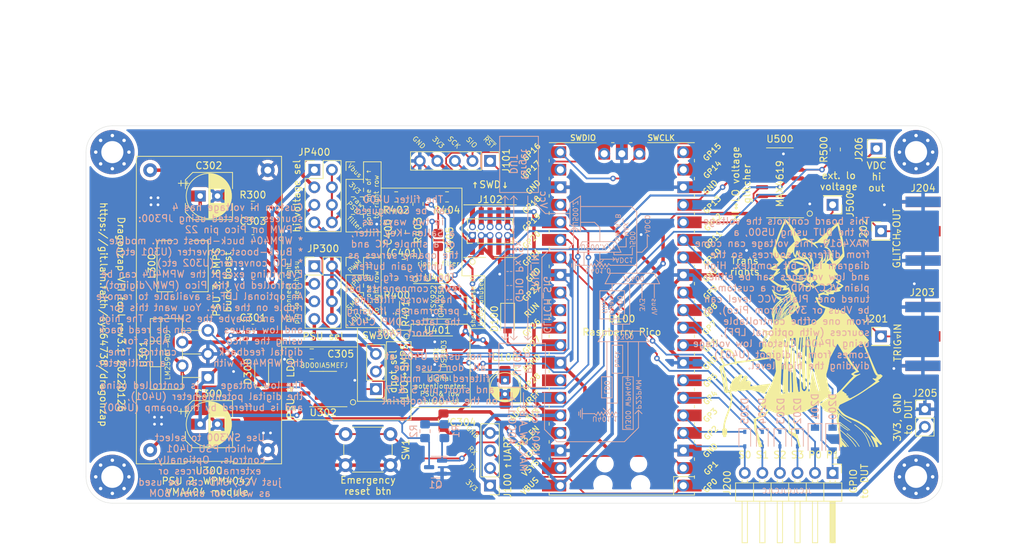
<source format=kicad_pcb>
(kicad_pcb (version 20211014) (generator pcbnew)

  (general
    (thickness 1.6)
  )

  (paper "A4")
  (layers
    (0 "F.Cu" signal)
    (31 "B.Cu" signal)
    (32 "B.Adhes" user "B.Adhesive")
    (33 "F.Adhes" user "F.Adhesive")
    (34 "B.Paste" user)
    (35 "F.Paste" user)
    (36 "B.SilkS" user "B.Silkscreen")
    (37 "F.SilkS" user "F.Silkscreen")
    (38 "B.Mask" user)
    (39 "F.Mask" user)
    (40 "Dwgs.User" user "User.Drawings")
    (41 "Cmts.User" user "User.Comments")
    (42 "Eco1.User" user "User.Eco1")
    (43 "Eco2.User" user "User.Eco2")
    (44 "Edge.Cuts" user)
    (45 "Margin" user)
    (46 "B.CrtYd" user "B.Courtyard")
    (47 "F.CrtYd" user "F.Courtyard")
    (48 "B.Fab" user)
    (49 "F.Fab" user)
  )

  (setup
    (stackup
      (layer "F.SilkS" (type "Top Silk Screen"))
      (layer "F.Paste" (type "Top Solder Paste"))
      (layer "F.Mask" (type "Top Solder Mask") (thickness 0.01))
      (layer "F.Cu" (type "copper") (thickness 0.035))
      (layer "dielectric 1" (type "core") (thickness 1.51) (material "FR4") (epsilon_r 4.5) (loss_tangent 0.02))
      (layer "B.Cu" (type "copper") (thickness 0.035))
      (layer "B.Mask" (type "Bottom Solder Mask") (thickness 0.01))
      (layer "B.Paste" (type "Bottom Solder Paste"))
      (layer "B.SilkS" (type "Bottom Silk Screen"))
      (copper_finish "None")
      (dielectric_constraints no)
    )
    (pad_to_mask_clearance 0)
    (pcbplotparams
      (layerselection 0x00010fc_ffffffff)
      (disableapertmacros false)
      (usegerberextensions false)
      (usegerberattributes true)
      (usegerberadvancedattributes true)
      (creategerberjobfile true)
      (svguseinch false)
      (svgprecision 6)
      (excludeedgelayer true)
      (plotframeref false)
      (viasonmask false)
      (mode 1)
      (useauxorigin false)
      (hpglpennumber 1)
      (hpglpenspeed 20)
      (hpglpendiameter 15.000000)
      (dxfpolygonmode true)
      (dxfimperialunits true)
      (dxfusepcbnewfont true)
      (psnegative false)
      (psa4output false)
      (plotreference true)
      (plotvalue true)
      (plotinvisibletext false)
      (sketchpadsonfab false)
      (subtractmaskfromsilk false)
      (outputformat 1)
      (mirror false)
      (drillshape 0)
      (scaleselection 1)
      (outputdirectory "dragonzap/gerber/")
    )
  )

  (net 0 "")
  (net 1 "GND")
  (net 2 "VBUS")
  (net 3 "+3V3")
  (net 4 "+3.3VADC")
  (net 5 "Net-(D100-Pad1)")
  (net 6 "UART_RX")
  (net 7 "UART_TX")
  (net 8 "/controller/SWDIO")
  (net 9 "/controller/SWCLK")
  (net 10 "unconnected-(J102-Pad8)")
  (net 11 "unconnected-(J102-Pad7)")
  (net 12 "unconnected-(J102-Pad6)")
  (net 13 "GPIO_P0D")
  (net 14 "GPIO_P0W")
  (net 15 "GPIO_P1D")
  (net 16 "GPIO_P1W")
  (net 17 "TRIG_IN")
  (net 18 "GLITCH_OUT")
  (net 19 "P22PWM")
  (net 20 "ADC0")
  (net 21 "ADC1")
  (net 22 "/psu/FB_LDO")
  (net 23 "/psu/FB_SMPS")
  (net 24 "GPIO_S3W")
  (net 25 "GPIO_S3D")
  (net 26 "GPIO_S2W")
  (net 27 "GPIO_S2D")
  (net 28 "GPIO_S1W")
  (net 29 "GPIO_S1D")
  (net 30 "GPIO_S0W")
  (net 31 "GPIO_S0D")
  (net 32 "DPOT_DAT")
  (net 33 "DPOT_CLK")
  (net 34 "unconnected-(U100-Pad22)")
  (net 35 "MAX_SW_B")
  (net 36 "MAX_SW_A")
  (net 37 "MAX_EN")
  (net 38 "DPOT_HI")
  (net 39 "Net-(C400-Pad1)")
  (net 40 "Net-(D300-Pad1)")
  (net 41 "Vdcflt")
  (net 42 "Vdclo")
  (net 43 "GLITCH_SIG")
  (net 44 "DPOT_W")
  (net 45 "Net-(J500-Pad1)")
  (net 46 "DPOT_LO")
  (net 47 "unconnected-(U100-Pad30)")
  (net 48 "Net-(C401-Pad1)")
  (net 49 "Net-(JP300-Pad2)")
  (net 50 "Net-(C302-Pad1)")
  (net 51 "Net-(C305-Pad1)")
  (net 52 "EMERG_SHDN")
  (net 53 "~{EMERG_SHDN}")
  (net 54 "unconnected-(U100-Pad34)")
  (net 55 "unconnected-(U100-Pad39)")
  (net 56 "unconnected-(U302-Pad4)")
  (net 57 "unconnected-(U302-Pad6)")
  (net 58 "Net-(C401-Pad2)")
  (net 59 "unconnected-(U302-Pad7)")
  (net 60 "unconnected-(U401-Pad13)")
  (net 61 "Net-(U500-Pad13)")
  (net 62 "/glitchout/Vdclo_def")
  (net 63 "Net-(R405-Pad1)")

  (footprint "MCU_RaspberryPi_and_Boards:RPi_Pico_SMD_TH" (layer "F.Cu") (at 157.48 83.82 180))

  (footprint "Connector_PinHeader_2.54mm:PinHeader_1x04_P2.54mm_Vertical" (layer "F.Cu") (at 138.43 107.95 180))

  (footprint "Resistor_SMD:R_0805_2012Metric_Pad1.20x1.40mm_HandSolder" (layer "F.Cu") (at 132.207 66.167))

  (footprint "Capacitor_SMD:CP_Elec_6.3x5.3" (layer "F.Cu") (at 97.79 66.04))

  (footprint "Connector_PinHeader_2.54mm:PinHeader_1x01_P2.54mm_Vertical" (layer "F.Cu") (at 194.31 59.182))

  (footprint "Resistor_SMD:R_0805_2012Metric_Pad1.20x1.40mm_HandSolder" (layer "F.Cu") (at 128.016 67.183 90))

  (footprint "Package_SO:SO-8_3.9x4.9mm_P1.27mm" (layer "F.Cu") (at 130.81 81.28))

  (footprint "Capacitor_THT:CP_Radial_D6.3mm_P2.50mm" (layer "F.Cu") (at 96.52 66.04))

  (footprint "Capacitor_SMD:C_0805_2012Metric_Pad1.18x1.45mm_HandSolder" (layer "F.Cu") (at 131.699 98.552 -90))

  (footprint "Package_SO:HSOP-8-1EP_3.9x4.9mm_P1.27mm_EP2.41x3.1mm" (layer "F.Cu") (at 114.3 93.98 180))

  (footprint "Resistor_SMD:R_0805_2012Metric_Pad1.20x1.40mm_HandSolder" (layer "F.Cu") (at 124.079 83.058 90))

  (footprint "Capacitor_SMD:CP_Elec_4x3.9" (layer "F.Cu") (at 140.589 93.726 -90))

  (footprint "Diode_SMD:D_SOD-123" (layer "F.Cu") (at 105.41 91.44 90))

  (footprint "Connector_PinHeader_2.54mm:PinHeader_1x01_P2.54mm_Vertical" (layer "F.Cu") (at 194.945 71.12))

  (footprint "Button_Switch_THT:SW_PUSH_6mm" (layer "F.Cu") (at 117.527 100.493))

  (footprint "Connector_PinHeader_2.54mm:PinHeader_1x06_P2.54mm_Horizontal" (layer "F.Cu") (at 187.96 106.115 -90))

  (footprint "Resistor_SMD:R_0805_2012Metric_Pad1.20x1.40mm_HandSolder" (layer "F.Cu") (at 124.952 78.74 180))

  (footprint "Capacitor_SMD:C_0603_1608Metric_Pad1.08x0.95mm_HandSolder" (layer "F.Cu") (at 104.14 85.09))

  (footprint "Connector_PinHeader_2.54mm:PinHeader_1x05_P2.54mm_Vertical" (layer "F.Cu") (at 138.43 60.96 -90))

  (footprint "Connector_PinHeader_2.54mm:PinHeader_1x03_P2.54mm_Vertical" (layer "F.Cu") (at 121.92 93.98 180))

  (footprint "Inductor_SMD:L_7.3x7.3_H4.5" (layer "F.Cu") (at 93.98 76.2 90))

  (footprint "Package_SO:TSSOP-14_4.4x5mm_P0.65mm" (layer "F.Cu") (at 130.81 88.9))

  (footprint "Package_SO:SO-16_3.9x9.9mm_P1.27mm" (layer "F.Cu") (at 180.34 64.135 180))

  (footprint "Capacitor_THT:CP_Radial_D4.0mm_P2.00mm" (layer "F.Cu") (at 140.589 92.71 -90))

  (footprint "MountingHole:MountingHole_3.2mm_M3_Pad_Via" (layer "F.Cu") (at 83.82 106.68))

  (footprint "MountingHole:MountingHole_3.2mm_M3_Pad_Via" (layer "F.Cu") (at 83.82 59.69))

  (footprint "Capacitor_SMD:C_0603_1608Metric_Pad1.08x0.95mm_HandSolder" (layer "F.Cu") (at 104.14 71.12))

  (footprint "Connector_PinHeader_2.54mm:PinHeader_1x02_P2.54mm_Vertical" (layer "F.Cu") (at 201.295 96.901))

  (footprint "Package_TO_SOT_THT:TO-220-5_P3.4x3.7mm_StaggerOdd_Lead3.8mm_Vertical" (layer "F.Cu") (at 97.63 92.3 90))

  (footprint "Connector_PinHeader_2.54mm:PinHeader_1x01_P2.54mm_Vertical" (layer "F.Cu") (at 187.96 67.31 180))

  (footprint "Resistor_SMD:R_0805_2012Metric_Pad1.20x1.40mm_HandSolder" (layer "F.Cu") (at 130.937 72.406 90))

  (footprint "Diode_SMD:D_SOD-123" (layer "F.Cu") (at 140.97 83.82 -90))

  (footprint "Capacitor_SMD:C_0805_2012Metric_Pad1.18x1.45mm_HandSolder" (layer "F.Cu")
    (tedit 5F68FEEF) (tstamp a809821b-1eae-4da1-967d-98d00b1cea19)
    (at 112.649 88.9 180)
    (descr "Capacitor SMD 0805 (2012 Metric), square (rectangular) end terminal, IPC_7351 nominal with elongated pad for handsoldering. (Body size source: IPC-SM-782 page 76, https://www.pcb-3d.com/wordpress/wp-content/uploads/ipc-s
... [1007615 chars truncated]
</source>
